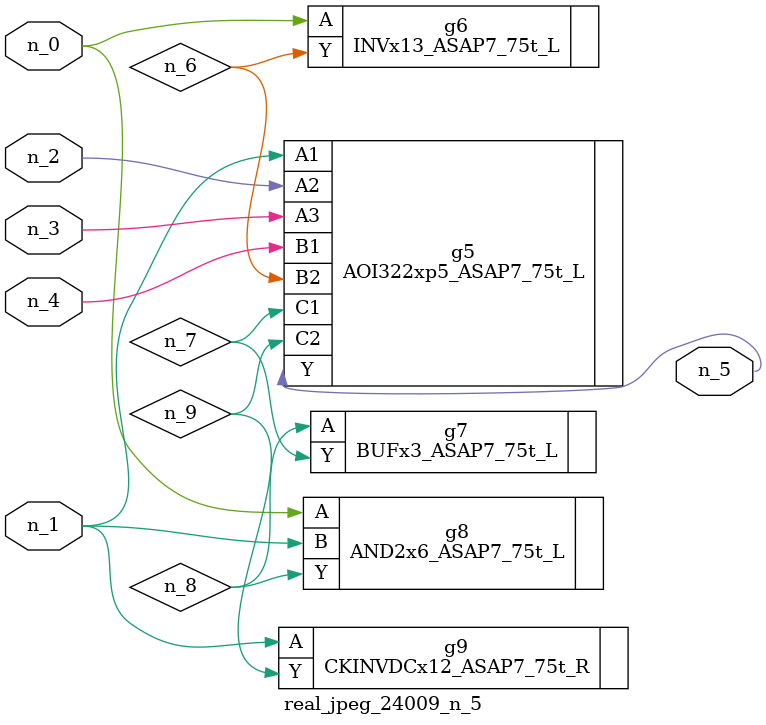
<source format=v>
module real_jpeg_24009_n_5 (n_4, n_0, n_1, n_2, n_3, n_5);

input n_4;
input n_0;
input n_1;
input n_2;
input n_3;

output n_5;

wire n_8;
wire n_6;
wire n_7;
wire n_9;

INVx13_ASAP7_75t_L g6 ( 
.A(n_0),
.Y(n_6)
);

AND2x6_ASAP7_75t_L g8 ( 
.A(n_0),
.B(n_1),
.Y(n_8)
);

AOI322xp5_ASAP7_75t_L g5 ( 
.A1(n_1),
.A2(n_2),
.A3(n_3),
.B1(n_4),
.B2(n_6),
.C1(n_7),
.C2(n_9),
.Y(n_5)
);

CKINVDCx12_ASAP7_75t_R g9 ( 
.A(n_1),
.Y(n_9)
);

BUFx3_ASAP7_75t_L g7 ( 
.A(n_8),
.Y(n_7)
);


endmodule
</source>
